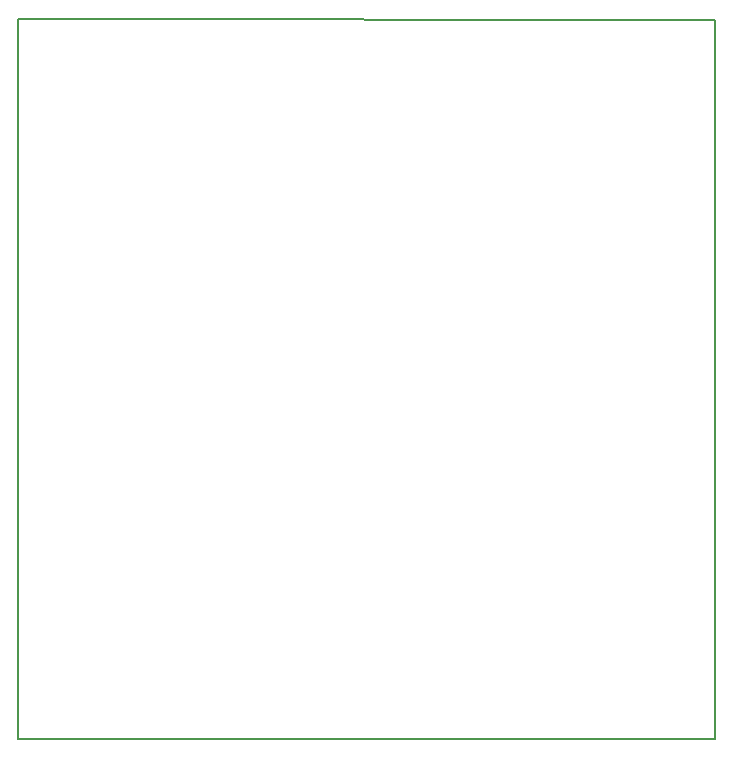
<source format=gbr>
G04 #@! TF.GenerationSoftware,KiCad,Pcbnew,(5.0.0-3-g5ebb6b6)*
G04 #@! TF.CreationDate,2019-02-07T22:00:29-08:00*
G04 #@! TF.ProjectId,arrowPad,6172726F775061642E6B696361645F70,rev?*
G04 #@! TF.SameCoordinates,Original*
G04 #@! TF.FileFunction,Profile,NP*
%FSLAX46Y46*%
G04 Gerber Fmt 4.6, Leading zero omitted, Abs format (unit mm)*
G04 Created by KiCad (PCBNEW (5.0.0-3-g5ebb6b6)) date Thursday, February 07, 2019 at 10:00:29 PM*
%MOMM*%
%LPD*%
G01*
G04 APERTURE LIST*
%ADD10C,0.150000*%
G04 APERTURE END LIST*
D10*
X41000000Y-142500000D02*
X41000000Y-81500000D01*
X100000000Y-142500000D02*
X41000000Y-142500000D01*
X100000000Y-81600000D02*
X100000000Y-142500000D01*
X41000000Y-81500000D02*
X100000000Y-81600000D01*
M02*

</source>
